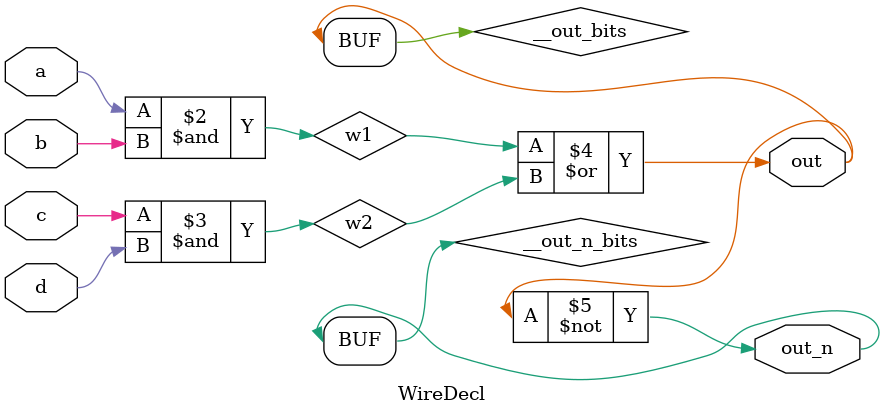
<source format=sv>
module WireDecl(
  input  wire a,
              b,
              c,
              d,
  output wire out,
              out_n
);

  // Variables for output ports
  logic __out_bits;
  logic __out_n_bits;

  logic w1;
  logic w2;

  // @comb update():
  always_comb begin
    w1 = a & b;
    w2 = c & d;
    __out_bits = w1 | w2;
    __out_n_bits = ~__out_bits;
  end // always_comb

  assign out = __out_bits;
  assign out_n = __out_n_bits;
endmodule

</source>
